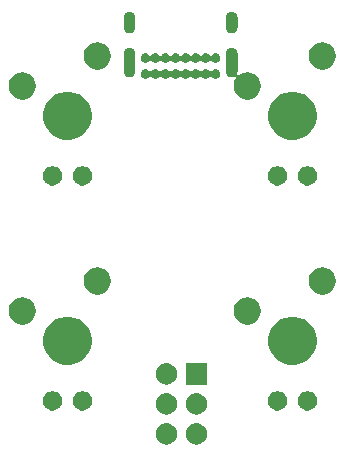
<source format=gbr>
G04 #@! TF.GenerationSoftware,KiCad,Pcbnew,5.1.5+dfsg1-2build2*
G04 #@! TF.CreationDate,2020-08-03T15:49:09+10:00*
G04 #@! TF.ProjectId,macr0,6d616372-302e-46b6-9963-61645f706362,rev?*
G04 #@! TF.SameCoordinates,Original*
G04 #@! TF.FileFunction,Soldermask,Top*
G04 #@! TF.FilePolarity,Negative*
%FSLAX46Y46*%
G04 Gerber Fmt 4.6, Leading zero omitted, Abs format (unit mm)*
G04 Created by KiCad (PCBNEW 5.1.5+dfsg1-2build2) date 2020-08-03 15:49:09*
%MOMM*%
%LPD*%
G04 APERTURE LIST*
%ADD10C,0.100000*%
G04 APERTURE END LIST*
D10*
G36*
X138543512Y-115689927D02*
G01*
X138692812Y-115719624D01*
X138856784Y-115787544D01*
X139004354Y-115886147D01*
X139129853Y-116011646D01*
X139228456Y-116159216D01*
X139296376Y-116323188D01*
X139331000Y-116497259D01*
X139331000Y-116674741D01*
X139296376Y-116848812D01*
X139228456Y-117012784D01*
X139129853Y-117160354D01*
X139004354Y-117285853D01*
X138856784Y-117384456D01*
X138692812Y-117452376D01*
X138543512Y-117482073D01*
X138518742Y-117487000D01*
X138341258Y-117487000D01*
X138316488Y-117482073D01*
X138167188Y-117452376D01*
X138003216Y-117384456D01*
X137855646Y-117285853D01*
X137730147Y-117160354D01*
X137631544Y-117012784D01*
X137563624Y-116848812D01*
X137529000Y-116674741D01*
X137529000Y-116497259D01*
X137563624Y-116323188D01*
X137631544Y-116159216D01*
X137730147Y-116011646D01*
X137855646Y-115886147D01*
X138003216Y-115787544D01*
X138167188Y-115719624D01*
X138316488Y-115689927D01*
X138341258Y-115685000D01*
X138518742Y-115685000D01*
X138543512Y-115689927D01*
G37*
G36*
X136003512Y-115689927D02*
G01*
X136152812Y-115719624D01*
X136316784Y-115787544D01*
X136464354Y-115886147D01*
X136589853Y-116011646D01*
X136688456Y-116159216D01*
X136756376Y-116323188D01*
X136791000Y-116497259D01*
X136791000Y-116674741D01*
X136756376Y-116848812D01*
X136688456Y-117012784D01*
X136589853Y-117160354D01*
X136464354Y-117285853D01*
X136316784Y-117384456D01*
X136152812Y-117452376D01*
X136003512Y-117482073D01*
X135978742Y-117487000D01*
X135801258Y-117487000D01*
X135776488Y-117482073D01*
X135627188Y-117452376D01*
X135463216Y-117384456D01*
X135315646Y-117285853D01*
X135190147Y-117160354D01*
X135091544Y-117012784D01*
X135023624Y-116848812D01*
X134989000Y-116674741D01*
X134989000Y-116497259D01*
X135023624Y-116323188D01*
X135091544Y-116159216D01*
X135190147Y-116011646D01*
X135315646Y-115886147D01*
X135463216Y-115787544D01*
X135627188Y-115719624D01*
X135776488Y-115689927D01*
X135801258Y-115685000D01*
X135978742Y-115685000D01*
X136003512Y-115689927D01*
G37*
G36*
X138543512Y-113149927D02*
G01*
X138692812Y-113179624D01*
X138856784Y-113247544D01*
X139004354Y-113346147D01*
X139129853Y-113471646D01*
X139228456Y-113619216D01*
X139296376Y-113783188D01*
X139331000Y-113957259D01*
X139331000Y-114134741D01*
X139296376Y-114308812D01*
X139228456Y-114472784D01*
X139129853Y-114620354D01*
X139004354Y-114745853D01*
X138856784Y-114844456D01*
X138692812Y-114912376D01*
X138543512Y-114942073D01*
X138518742Y-114947000D01*
X138341258Y-114947000D01*
X138316488Y-114942073D01*
X138167188Y-114912376D01*
X138003216Y-114844456D01*
X137855646Y-114745853D01*
X137730147Y-114620354D01*
X137631544Y-114472784D01*
X137563624Y-114308812D01*
X137529000Y-114134741D01*
X137529000Y-113957259D01*
X137563624Y-113783188D01*
X137631544Y-113619216D01*
X137730147Y-113471646D01*
X137855646Y-113346147D01*
X138003216Y-113247544D01*
X138167188Y-113179624D01*
X138316488Y-113149927D01*
X138341258Y-113145000D01*
X138518742Y-113145000D01*
X138543512Y-113149927D01*
G37*
G36*
X136003512Y-113149927D02*
G01*
X136152812Y-113179624D01*
X136316784Y-113247544D01*
X136464354Y-113346147D01*
X136589853Y-113471646D01*
X136688456Y-113619216D01*
X136756376Y-113783188D01*
X136791000Y-113957259D01*
X136791000Y-114134741D01*
X136756376Y-114308812D01*
X136688456Y-114472784D01*
X136589853Y-114620354D01*
X136464354Y-114745853D01*
X136316784Y-114844456D01*
X136152812Y-114912376D01*
X136003512Y-114942073D01*
X135978742Y-114947000D01*
X135801258Y-114947000D01*
X135776488Y-114942073D01*
X135627188Y-114912376D01*
X135463216Y-114844456D01*
X135315646Y-114745853D01*
X135190147Y-114620354D01*
X135091544Y-114472784D01*
X135023624Y-114308812D01*
X134989000Y-114134741D01*
X134989000Y-113957259D01*
X135023624Y-113783188D01*
X135091544Y-113619216D01*
X135190147Y-113471646D01*
X135315646Y-113346147D01*
X135463216Y-113247544D01*
X135627188Y-113179624D01*
X135776488Y-113149927D01*
X135801258Y-113145000D01*
X135978742Y-113145000D01*
X136003512Y-113149927D01*
G37*
G36*
X126475142Y-113010242D02*
G01*
X126623101Y-113071529D01*
X126756255Y-113160499D01*
X126869501Y-113273745D01*
X126958471Y-113406899D01*
X127019758Y-113554858D01*
X127051000Y-113711925D01*
X127051000Y-113872075D01*
X127019758Y-114029142D01*
X126958471Y-114177101D01*
X126869501Y-114310255D01*
X126756255Y-114423501D01*
X126623101Y-114512471D01*
X126475142Y-114573758D01*
X126318075Y-114605000D01*
X126157925Y-114605000D01*
X126000858Y-114573758D01*
X125852899Y-114512471D01*
X125719745Y-114423501D01*
X125606499Y-114310255D01*
X125517529Y-114177101D01*
X125456242Y-114029142D01*
X125425000Y-113872075D01*
X125425000Y-113711925D01*
X125456242Y-113554858D01*
X125517529Y-113406899D01*
X125606499Y-113273745D01*
X125719745Y-113160499D01*
X125852899Y-113071529D01*
X126000858Y-113010242D01*
X126157925Y-112979000D01*
X126318075Y-112979000D01*
X126475142Y-113010242D01*
G37*
G36*
X129015142Y-113010242D02*
G01*
X129163101Y-113071529D01*
X129296255Y-113160499D01*
X129409501Y-113273745D01*
X129498471Y-113406899D01*
X129559758Y-113554858D01*
X129591000Y-113711925D01*
X129591000Y-113872075D01*
X129559758Y-114029142D01*
X129498471Y-114177101D01*
X129409501Y-114310255D01*
X129296255Y-114423501D01*
X129163101Y-114512471D01*
X129015142Y-114573758D01*
X128858075Y-114605000D01*
X128697925Y-114605000D01*
X128540858Y-114573758D01*
X128392899Y-114512471D01*
X128259745Y-114423501D01*
X128146499Y-114310255D01*
X128057529Y-114177101D01*
X127996242Y-114029142D01*
X127965000Y-113872075D01*
X127965000Y-113711925D01*
X127996242Y-113554858D01*
X128057529Y-113406899D01*
X128146499Y-113273745D01*
X128259745Y-113160499D01*
X128392899Y-113071529D01*
X128540858Y-113010242D01*
X128697925Y-112979000D01*
X128858075Y-112979000D01*
X129015142Y-113010242D01*
G37*
G36*
X145525142Y-113010242D02*
G01*
X145673101Y-113071529D01*
X145806255Y-113160499D01*
X145919501Y-113273745D01*
X146008471Y-113406899D01*
X146069758Y-113554858D01*
X146101000Y-113711925D01*
X146101000Y-113872075D01*
X146069758Y-114029142D01*
X146008471Y-114177101D01*
X145919501Y-114310255D01*
X145806255Y-114423501D01*
X145673101Y-114512471D01*
X145525142Y-114573758D01*
X145368075Y-114605000D01*
X145207925Y-114605000D01*
X145050858Y-114573758D01*
X144902899Y-114512471D01*
X144769745Y-114423501D01*
X144656499Y-114310255D01*
X144567529Y-114177101D01*
X144506242Y-114029142D01*
X144475000Y-113872075D01*
X144475000Y-113711925D01*
X144506242Y-113554858D01*
X144567529Y-113406899D01*
X144656499Y-113273745D01*
X144769745Y-113160499D01*
X144902899Y-113071529D01*
X145050858Y-113010242D01*
X145207925Y-112979000D01*
X145368075Y-112979000D01*
X145525142Y-113010242D01*
G37*
G36*
X148065142Y-113010242D02*
G01*
X148213101Y-113071529D01*
X148346255Y-113160499D01*
X148459501Y-113273745D01*
X148548471Y-113406899D01*
X148609758Y-113554858D01*
X148641000Y-113711925D01*
X148641000Y-113872075D01*
X148609758Y-114029142D01*
X148548471Y-114177101D01*
X148459501Y-114310255D01*
X148346255Y-114423501D01*
X148213101Y-114512471D01*
X148065142Y-114573758D01*
X147908075Y-114605000D01*
X147747925Y-114605000D01*
X147590858Y-114573758D01*
X147442899Y-114512471D01*
X147309745Y-114423501D01*
X147196499Y-114310255D01*
X147107529Y-114177101D01*
X147046242Y-114029142D01*
X147015000Y-113872075D01*
X147015000Y-113711925D01*
X147046242Y-113554858D01*
X147107529Y-113406899D01*
X147196499Y-113273745D01*
X147309745Y-113160499D01*
X147442899Y-113071529D01*
X147590858Y-113010242D01*
X147747925Y-112979000D01*
X147908075Y-112979000D01*
X148065142Y-113010242D01*
G37*
G36*
X139331000Y-112407000D02*
G01*
X137529000Y-112407000D01*
X137529000Y-110605000D01*
X139331000Y-110605000D01*
X139331000Y-112407000D01*
G37*
G36*
X136003512Y-110609927D02*
G01*
X136152812Y-110639624D01*
X136316784Y-110707544D01*
X136464354Y-110806147D01*
X136589853Y-110931646D01*
X136688456Y-111079216D01*
X136756376Y-111243188D01*
X136791000Y-111417259D01*
X136791000Y-111594741D01*
X136756376Y-111768812D01*
X136688456Y-111932784D01*
X136589853Y-112080354D01*
X136464354Y-112205853D01*
X136316784Y-112304456D01*
X136152812Y-112372376D01*
X136003512Y-112402073D01*
X135978742Y-112407000D01*
X135801258Y-112407000D01*
X135776488Y-112402073D01*
X135627188Y-112372376D01*
X135463216Y-112304456D01*
X135315646Y-112205853D01*
X135190147Y-112080354D01*
X135091544Y-111932784D01*
X135023624Y-111768812D01*
X134989000Y-111594741D01*
X134989000Y-111417259D01*
X135023624Y-111243188D01*
X135091544Y-111079216D01*
X135190147Y-110931646D01*
X135315646Y-110806147D01*
X135463216Y-110707544D01*
X135627188Y-110639624D01*
X135776488Y-110609927D01*
X135801258Y-110605000D01*
X135978742Y-110605000D01*
X136003512Y-110609927D01*
G37*
G36*
X147156254Y-106739818D02*
G01*
X147529511Y-106894426D01*
X147529513Y-106894427D01*
X147865436Y-107118884D01*
X148151116Y-107404564D01*
X148375574Y-107740489D01*
X148530182Y-108113746D01*
X148609000Y-108509993D01*
X148609000Y-108914007D01*
X148530182Y-109310254D01*
X148375574Y-109683511D01*
X148375573Y-109683513D01*
X148151116Y-110019436D01*
X147865436Y-110305116D01*
X147529513Y-110529573D01*
X147529512Y-110529574D01*
X147529511Y-110529574D01*
X147156254Y-110684182D01*
X146760007Y-110763000D01*
X146355993Y-110763000D01*
X145959746Y-110684182D01*
X145586489Y-110529574D01*
X145586488Y-110529574D01*
X145586487Y-110529573D01*
X145250564Y-110305116D01*
X144964884Y-110019436D01*
X144740427Y-109683513D01*
X144740426Y-109683511D01*
X144585818Y-109310254D01*
X144507000Y-108914007D01*
X144507000Y-108509993D01*
X144585818Y-108113746D01*
X144740426Y-107740489D01*
X144964884Y-107404564D01*
X145250564Y-107118884D01*
X145586487Y-106894427D01*
X145586489Y-106894426D01*
X145959746Y-106739818D01*
X146355993Y-106661000D01*
X146760007Y-106661000D01*
X147156254Y-106739818D01*
G37*
G36*
X128106254Y-106739818D02*
G01*
X128479511Y-106894426D01*
X128479513Y-106894427D01*
X128815436Y-107118884D01*
X129101116Y-107404564D01*
X129325574Y-107740489D01*
X129480182Y-108113746D01*
X129559000Y-108509993D01*
X129559000Y-108914007D01*
X129480182Y-109310254D01*
X129325574Y-109683511D01*
X129325573Y-109683513D01*
X129101116Y-110019436D01*
X128815436Y-110305116D01*
X128479513Y-110529573D01*
X128479512Y-110529574D01*
X128479511Y-110529574D01*
X128106254Y-110684182D01*
X127710007Y-110763000D01*
X127305993Y-110763000D01*
X126909746Y-110684182D01*
X126536489Y-110529574D01*
X126536488Y-110529574D01*
X126536487Y-110529573D01*
X126200564Y-110305116D01*
X125914884Y-110019436D01*
X125690427Y-109683513D01*
X125690426Y-109683511D01*
X125535818Y-109310254D01*
X125457000Y-108914007D01*
X125457000Y-108509993D01*
X125535818Y-108113746D01*
X125690426Y-107740489D01*
X125914884Y-107404564D01*
X126200564Y-107118884D01*
X126536487Y-106894427D01*
X126536489Y-106894426D01*
X126909746Y-106739818D01*
X127305993Y-106661000D01*
X127710007Y-106661000D01*
X128106254Y-106739818D01*
G37*
G36*
X142972549Y-105043116D02*
G01*
X143083734Y-105065232D01*
X143293203Y-105151997D01*
X143481720Y-105277960D01*
X143642040Y-105438280D01*
X143768003Y-105626797D01*
X143854768Y-105836266D01*
X143899000Y-106058636D01*
X143899000Y-106285364D01*
X143854768Y-106507734D01*
X143768003Y-106717203D01*
X143642040Y-106905720D01*
X143481720Y-107066040D01*
X143293203Y-107192003D01*
X143083734Y-107278768D01*
X142972549Y-107300884D01*
X142861365Y-107323000D01*
X142634635Y-107323000D01*
X142523451Y-107300884D01*
X142412266Y-107278768D01*
X142202797Y-107192003D01*
X142014280Y-107066040D01*
X141853960Y-106905720D01*
X141727997Y-106717203D01*
X141641232Y-106507734D01*
X141597000Y-106285364D01*
X141597000Y-106058636D01*
X141641232Y-105836266D01*
X141727997Y-105626797D01*
X141853960Y-105438280D01*
X142014280Y-105277960D01*
X142202797Y-105151997D01*
X142412266Y-105065232D01*
X142523451Y-105043116D01*
X142634635Y-105021000D01*
X142861365Y-105021000D01*
X142972549Y-105043116D01*
G37*
G36*
X123922549Y-105043116D02*
G01*
X124033734Y-105065232D01*
X124243203Y-105151997D01*
X124431720Y-105277960D01*
X124592040Y-105438280D01*
X124718003Y-105626797D01*
X124804768Y-105836266D01*
X124849000Y-106058636D01*
X124849000Y-106285364D01*
X124804768Y-106507734D01*
X124718003Y-106717203D01*
X124592040Y-106905720D01*
X124431720Y-107066040D01*
X124243203Y-107192003D01*
X124033734Y-107278768D01*
X123922549Y-107300884D01*
X123811365Y-107323000D01*
X123584635Y-107323000D01*
X123473451Y-107300884D01*
X123362266Y-107278768D01*
X123152797Y-107192003D01*
X122964280Y-107066040D01*
X122803960Y-106905720D01*
X122677997Y-106717203D01*
X122591232Y-106507734D01*
X122547000Y-106285364D01*
X122547000Y-106058636D01*
X122591232Y-105836266D01*
X122677997Y-105626797D01*
X122803960Y-105438280D01*
X122964280Y-105277960D01*
X123152797Y-105151997D01*
X123362266Y-105065232D01*
X123473451Y-105043116D01*
X123584635Y-105021000D01*
X123811365Y-105021000D01*
X123922549Y-105043116D01*
G37*
G36*
X130272549Y-102503116D02*
G01*
X130383734Y-102525232D01*
X130593203Y-102611997D01*
X130781720Y-102737960D01*
X130942040Y-102898280D01*
X131068003Y-103086797D01*
X131154768Y-103296266D01*
X131199000Y-103518636D01*
X131199000Y-103745364D01*
X131154768Y-103967734D01*
X131068003Y-104177203D01*
X130942040Y-104365720D01*
X130781720Y-104526040D01*
X130593203Y-104652003D01*
X130383734Y-104738768D01*
X130272549Y-104760884D01*
X130161365Y-104783000D01*
X129934635Y-104783000D01*
X129823451Y-104760884D01*
X129712266Y-104738768D01*
X129502797Y-104652003D01*
X129314280Y-104526040D01*
X129153960Y-104365720D01*
X129027997Y-104177203D01*
X128941232Y-103967734D01*
X128897000Y-103745364D01*
X128897000Y-103518636D01*
X128941232Y-103296266D01*
X129027997Y-103086797D01*
X129153960Y-102898280D01*
X129314280Y-102737960D01*
X129502797Y-102611997D01*
X129712266Y-102525232D01*
X129823451Y-102503116D01*
X129934635Y-102481000D01*
X130161365Y-102481000D01*
X130272549Y-102503116D01*
G37*
G36*
X149322549Y-102503116D02*
G01*
X149433734Y-102525232D01*
X149643203Y-102611997D01*
X149831720Y-102737960D01*
X149992040Y-102898280D01*
X150118003Y-103086797D01*
X150204768Y-103296266D01*
X150249000Y-103518636D01*
X150249000Y-103745364D01*
X150204768Y-103967734D01*
X150118003Y-104177203D01*
X149992040Y-104365720D01*
X149831720Y-104526040D01*
X149643203Y-104652003D01*
X149433734Y-104738768D01*
X149322549Y-104760884D01*
X149211365Y-104783000D01*
X148984635Y-104783000D01*
X148873451Y-104760884D01*
X148762266Y-104738768D01*
X148552797Y-104652003D01*
X148364280Y-104526040D01*
X148203960Y-104365720D01*
X148077997Y-104177203D01*
X147991232Y-103967734D01*
X147947000Y-103745364D01*
X147947000Y-103518636D01*
X147991232Y-103296266D01*
X148077997Y-103086797D01*
X148203960Y-102898280D01*
X148364280Y-102737960D01*
X148552797Y-102611997D01*
X148762266Y-102525232D01*
X148873451Y-102503116D01*
X148984635Y-102481000D01*
X149211365Y-102481000D01*
X149322549Y-102503116D01*
G37*
G36*
X126475142Y-93960242D02*
G01*
X126623101Y-94021529D01*
X126756255Y-94110499D01*
X126869501Y-94223745D01*
X126958471Y-94356899D01*
X127019758Y-94504858D01*
X127051000Y-94661925D01*
X127051000Y-94822075D01*
X127019758Y-94979142D01*
X126958471Y-95127101D01*
X126869501Y-95260255D01*
X126756255Y-95373501D01*
X126623101Y-95462471D01*
X126475142Y-95523758D01*
X126318075Y-95555000D01*
X126157925Y-95555000D01*
X126000858Y-95523758D01*
X125852899Y-95462471D01*
X125719745Y-95373501D01*
X125606499Y-95260255D01*
X125517529Y-95127101D01*
X125456242Y-94979142D01*
X125425000Y-94822075D01*
X125425000Y-94661925D01*
X125456242Y-94504858D01*
X125517529Y-94356899D01*
X125606499Y-94223745D01*
X125719745Y-94110499D01*
X125852899Y-94021529D01*
X126000858Y-93960242D01*
X126157925Y-93929000D01*
X126318075Y-93929000D01*
X126475142Y-93960242D01*
G37*
G36*
X129015142Y-93960242D02*
G01*
X129163101Y-94021529D01*
X129296255Y-94110499D01*
X129409501Y-94223745D01*
X129498471Y-94356899D01*
X129559758Y-94504858D01*
X129591000Y-94661925D01*
X129591000Y-94822075D01*
X129559758Y-94979142D01*
X129498471Y-95127101D01*
X129409501Y-95260255D01*
X129296255Y-95373501D01*
X129163101Y-95462471D01*
X129015142Y-95523758D01*
X128858075Y-95555000D01*
X128697925Y-95555000D01*
X128540858Y-95523758D01*
X128392899Y-95462471D01*
X128259745Y-95373501D01*
X128146499Y-95260255D01*
X128057529Y-95127101D01*
X127996242Y-94979142D01*
X127965000Y-94822075D01*
X127965000Y-94661925D01*
X127996242Y-94504858D01*
X128057529Y-94356899D01*
X128146499Y-94223745D01*
X128259745Y-94110499D01*
X128392899Y-94021529D01*
X128540858Y-93960242D01*
X128697925Y-93929000D01*
X128858075Y-93929000D01*
X129015142Y-93960242D01*
G37*
G36*
X145525142Y-93960242D02*
G01*
X145673101Y-94021529D01*
X145806255Y-94110499D01*
X145919501Y-94223745D01*
X146008471Y-94356899D01*
X146069758Y-94504858D01*
X146101000Y-94661925D01*
X146101000Y-94822075D01*
X146069758Y-94979142D01*
X146008471Y-95127101D01*
X145919501Y-95260255D01*
X145806255Y-95373501D01*
X145673101Y-95462471D01*
X145525142Y-95523758D01*
X145368075Y-95555000D01*
X145207925Y-95555000D01*
X145050858Y-95523758D01*
X144902899Y-95462471D01*
X144769745Y-95373501D01*
X144656499Y-95260255D01*
X144567529Y-95127101D01*
X144506242Y-94979142D01*
X144475000Y-94822075D01*
X144475000Y-94661925D01*
X144506242Y-94504858D01*
X144567529Y-94356899D01*
X144656499Y-94223745D01*
X144769745Y-94110499D01*
X144902899Y-94021529D01*
X145050858Y-93960242D01*
X145207925Y-93929000D01*
X145368075Y-93929000D01*
X145525142Y-93960242D01*
G37*
G36*
X148065142Y-93960242D02*
G01*
X148213101Y-94021529D01*
X148346255Y-94110499D01*
X148459501Y-94223745D01*
X148548471Y-94356899D01*
X148609758Y-94504858D01*
X148641000Y-94661925D01*
X148641000Y-94822075D01*
X148609758Y-94979142D01*
X148548471Y-95127101D01*
X148459501Y-95260255D01*
X148346255Y-95373501D01*
X148213101Y-95462471D01*
X148065142Y-95523758D01*
X147908075Y-95555000D01*
X147747925Y-95555000D01*
X147590858Y-95523758D01*
X147442899Y-95462471D01*
X147309745Y-95373501D01*
X147196499Y-95260255D01*
X147107529Y-95127101D01*
X147046242Y-94979142D01*
X147015000Y-94822075D01*
X147015000Y-94661925D01*
X147046242Y-94504858D01*
X147107529Y-94356899D01*
X147196499Y-94223745D01*
X147309745Y-94110499D01*
X147442899Y-94021529D01*
X147590858Y-93960242D01*
X147747925Y-93929000D01*
X147908075Y-93929000D01*
X148065142Y-93960242D01*
G37*
G36*
X147156254Y-87689818D02*
G01*
X147529511Y-87844426D01*
X147529513Y-87844427D01*
X147865436Y-88068884D01*
X148151116Y-88354564D01*
X148375574Y-88690489D01*
X148530182Y-89063746D01*
X148609000Y-89459993D01*
X148609000Y-89864007D01*
X148530182Y-90260254D01*
X148375574Y-90633511D01*
X148375573Y-90633513D01*
X148151116Y-90969436D01*
X147865436Y-91255116D01*
X147529513Y-91479573D01*
X147529512Y-91479574D01*
X147529511Y-91479574D01*
X147156254Y-91634182D01*
X146760007Y-91713000D01*
X146355993Y-91713000D01*
X145959746Y-91634182D01*
X145586489Y-91479574D01*
X145586488Y-91479574D01*
X145586487Y-91479573D01*
X145250564Y-91255116D01*
X144964884Y-90969436D01*
X144740427Y-90633513D01*
X144740426Y-90633511D01*
X144585818Y-90260254D01*
X144507000Y-89864007D01*
X144507000Y-89459993D01*
X144585818Y-89063746D01*
X144740426Y-88690489D01*
X144964884Y-88354564D01*
X145250564Y-88068884D01*
X145586487Y-87844427D01*
X145586489Y-87844426D01*
X145959746Y-87689818D01*
X146355993Y-87611000D01*
X146760007Y-87611000D01*
X147156254Y-87689818D01*
G37*
G36*
X128106254Y-87689818D02*
G01*
X128479511Y-87844426D01*
X128479513Y-87844427D01*
X128815436Y-88068884D01*
X129101116Y-88354564D01*
X129325574Y-88690489D01*
X129480182Y-89063746D01*
X129559000Y-89459993D01*
X129559000Y-89864007D01*
X129480182Y-90260254D01*
X129325574Y-90633511D01*
X129325573Y-90633513D01*
X129101116Y-90969436D01*
X128815436Y-91255116D01*
X128479513Y-91479573D01*
X128479512Y-91479574D01*
X128479511Y-91479574D01*
X128106254Y-91634182D01*
X127710007Y-91713000D01*
X127305993Y-91713000D01*
X126909746Y-91634182D01*
X126536489Y-91479574D01*
X126536488Y-91479574D01*
X126536487Y-91479573D01*
X126200564Y-91255116D01*
X125914884Y-90969436D01*
X125690427Y-90633513D01*
X125690426Y-90633511D01*
X125535818Y-90260254D01*
X125457000Y-89864007D01*
X125457000Y-89459993D01*
X125535818Y-89063746D01*
X125690426Y-88690489D01*
X125914884Y-88354564D01*
X126200564Y-88068884D01*
X126536487Y-87844427D01*
X126536489Y-87844426D01*
X126909746Y-87689818D01*
X127305993Y-87611000D01*
X127710007Y-87611000D01*
X128106254Y-87689818D01*
G37*
G36*
X123922549Y-85993116D02*
G01*
X124033734Y-86015232D01*
X124243203Y-86101997D01*
X124431720Y-86227960D01*
X124592040Y-86388280D01*
X124718003Y-86576797D01*
X124804768Y-86786266D01*
X124849000Y-87008636D01*
X124849000Y-87235364D01*
X124804768Y-87457734D01*
X124718003Y-87667203D01*
X124592040Y-87855720D01*
X124431720Y-88016040D01*
X124243203Y-88142003D01*
X124033734Y-88228768D01*
X123922549Y-88250884D01*
X123811365Y-88273000D01*
X123584635Y-88273000D01*
X123473451Y-88250884D01*
X123362266Y-88228768D01*
X123152797Y-88142003D01*
X122964280Y-88016040D01*
X122803960Y-87855720D01*
X122677997Y-87667203D01*
X122591232Y-87457734D01*
X122547000Y-87235364D01*
X122547000Y-87008636D01*
X122591232Y-86786266D01*
X122677997Y-86576797D01*
X122803960Y-86388280D01*
X122964280Y-86227960D01*
X123152797Y-86101997D01*
X123362266Y-86015232D01*
X123473451Y-85993116D01*
X123584635Y-85971000D01*
X123811365Y-85971000D01*
X123922549Y-85993116D01*
G37*
G36*
X141510212Y-83882249D02*
G01*
X141604651Y-83910897D01*
X141691687Y-83957418D01*
X141767975Y-84020025D01*
X141830582Y-84096313D01*
X141877103Y-84183348D01*
X141905751Y-84277787D01*
X141913000Y-84351388D01*
X141913000Y-85900612D01*
X141905751Y-85974213D01*
X141883027Y-86049124D01*
X141878248Y-86073147D01*
X141878248Y-86097651D01*
X141883028Y-86121684D01*
X141892406Y-86144323D01*
X141906019Y-86164697D01*
X141923346Y-86182024D01*
X141943721Y-86195638D01*
X141966359Y-86205015D01*
X141990393Y-86209796D01*
X142014897Y-86209796D01*
X142038930Y-86205016D01*
X142061569Y-86195638D01*
X142072091Y-86189332D01*
X142139452Y-86144323D01*
X142202797Y-86101997D01*
X142412266Y-86015232D01*
X142523451Y-85993116D01*
X142634635Y-85971000D01*
X142861365Y-85971000D01*
X142972549Y-85993116D01*
X143083734Y-86015232D01*
X143293203Y-86101997D01*
X143481720Y-86227960D01*
X143642040Y-86388280D01*
X143768003Y-86576797D01*
X143854768Y-86786266D01*
X143899000Y-87008636D01*
X143899000Y-87235364D01*
X143854768Y-87457734D01*
X143768003Y-87667203D01*
X143642040Y-87855720D01*
X143481720Y-88016040D01*
X143293203Y-88142003D01*
X143083734Y-88228768D01*
X142972549Y-88250884D01*
X142861365Y-88273000D01*
X142634635Y-88273000D01*
X142523451Y-88250884D01*
X142412266Y-88228768D01*
X142202797Y-88142003D01*
X142014280Y-88016040D01*
X141853960Y-87855720D01*
X141727997Y-87667203D01*
X141641232Y-87457734D01*
X141597000Y-87235364D01*
X141597000Y-87008636D01*
X141641232Y-86786266D01*
X141727997Y-86576797D01*
X141764263Y-86522521D01*
X141775813Y-86500912D01*
X141782926Y-86477463D01*
X141785328Y-86453077D01*
X141782926Y-86428691D01*
X141775813Y-86405242D01*
X141764262Y-86383631D01*
X141748717Y-86364689D01*
X141729775Y-86349144D01*
X141708164Y-86337593D01*
X141684715Y-86330480D01*
X141660329Y-86328078D01*
X141635943Y-86330480D01*
X141615197Y-86337903D01*
X141604657Y-86341100D01*
X141604652Y-86341103D01*
X141510213Y-86369751D01*
X141412000Y-86379424D01*
X141313788Y-86369751D01*
X141219349Y-86341103D01*
X141132314Y-86294582D01*
X141056026Y-86231975D01*
X140993419Y-86155687D01*
X140946898Y-86068652D01*
X140918250Y-85974213D01*
X140911001Y-85900612D01*
X140911000Y-84351389D01*
X140918249Y-84277788D01*
X140946897Y-84183349D01*
X140993418Y-84096313D01*
X141056025Y-84020025D01*
X141132313Y-83957418D01*
X141219348Y-83910897D01*
X141313787Y-83882249D01*
X141412000Y-83872576D01*
X141510212Y-83882249D01*
G37*
G36*
X134190231Y-85712705D02*
G01*
X134228967Y-85720410D01*
X134259195Y-85732931D01*
X134301944Y-85750638D01*
X134367622Y-85794523D01*
X134423478Y-85850379D01*
X134433067Y-85864730D01*
X134448613Y-85883672D01*
X134467555Y-85899217D01*
X134489165Y-85910768D01*
X134512614Y-85917881D01*
X134537001Y-85920283D01*
X134561387Y-85917881D01*
X134584836Y-85910768D01*
X134606446Y-85899217D01*
X134625388Y-85883671D01*
X134640933Y-85864730D01*
X134650522Y-85850379D01*
X134706378Y-85794523D01*
X134772056Y-85750638D01*
X134814805Y-85732931D01*
X134845033Y-85720410D01*
X134883769Y-85712705D01*
X134922504Y-85705000D01*
X135001496Y-85705000D01*
X135040231Y-85712705D01*
X135078967Y-85720410D01*
X135109195Y-85732931D01*
X135151944Y-85750638D01*
X135217622Y-85794523D01*
X135273478Y-85850379D01*
X135283067Y-85864730D01*
X135298613Y-85883672D01*
X135317555Y-85899217D01*
X135339165Y-85910768D01*
X135362614Y-85917881D01*
X135387001Y-85920283D01*
X135411387Y-85917881D01*
X135434836Y-85910768D01*
X135456446Y-85899217D01*
X135475388Y-85883671D01*
X135490933Y-85864730D01*
X135500522Y-85850379D01*
X135556378Y-85794523D01*
X135622056Y-85750638D01*
X135664805Y-85732931D01*
X135695033Y-85720410D01*
X135733769Y-85712705D01*
X135772504Y-85705000D01*
X135851496Y-85705000D01*
X135890231Y-85712705D01*
X135928967Y-85720410D01*
X135959195Y-85732931D01*
X136001944Y-85750638D01*
X136067622Y-85794523D01*
X136123478Y-85850379D01*
X136133067Y-85864730D01*
X136148613Y-85883672D01*
X136167555Y-85899217D01*
X136189165Y-85910768D01*
X136212614Y-85917881D01*
X136237001Y-85920283D01*
X136261387Y-85917881D01*
X136284836Y-85910768D01*
X136306446Y-85899217D01*
X136325388Y-85883671D01*
X136340933Y-85864730D01*
X136350522Y-85850379D01*
X136406378Y-85794523D01*
X136472056Y-85750638D01*
X136514805Y-85732931D01*
X136545033Y-85720410D01*
X136583769Y-85712705D01*
X136622504Y-85705000D01*
X136701496Y-85705000D01*
X136740231Y-85712705D01*
X136778967Y-85720410D01*
X136809195Y-85732931D01*
X136851944Y-85750638D01*
X136917622Y-85794523D01*
X136973478Y-85850379D01*
X136983067Y-85864730D01*
X136998613Y-85883672D01*
X137017555Y-85899217D01*
X137039165Y-85910768D01*
X137062614Y-85917881D01*
X137087001Y-85920283D01*
X137111387Y-85917881D01*
X137134836Y-85910768D01*
X137156446Y-85899217D01*
X137175388Y-85883671D01*
X137190933Y-85864730D01*
X137200522Y-85850379D01*
X137256378Y-85794523D01*
X137322056Y-85750638D01*
X137364805Y-85732931D01*
X137395033Y-85720410D01*
X137433769Y-85712705D01*
X137472504Y-85705000D01*
X137551496Y-85705000D01*
X137590231Y-85712705D01*
X137628967Y-85720410D01*
X137659195Y-85732931D01*
X137701944Y-85750638D01*
X137767622Y-85794523D01*
X137823478Y-85850379D01*
X137833067Y-85864730D01*
X137848613Y-85883672D01*
X137867555Y-85899217D01*
X137889165Y-85910768D01*
X137912614Y-85917881D01*
X137937001Y-85920283D01*
X137961387Y-85917881D01*
X137984836Y-85910768D01*
X138006446Y-85899217D01*
X138025388Y-85883671D01*
X138040933Y-85864730D01*
X138050522Y-85850379D01*
X138106378Y-85794523D01*
X138172056Y-85750638D01*
X138214805Y-85732931D01*
X138245033Y-85720410D01*
X138283769Y-85712705D01*
X138322504Y-85705000D01*
X138401496Y-85705000D01*
X138440231Y-85712705D01*
X138478967Y-85720410D01*
X138509195Y-85732931D01*
X138551944Y-85750638D01*
X138617622Y-85794523D01*
X138673478Y-85850379D01*
X138683067Y-85864730D01*
X138698613Y-85883672D01*
X138717555Y-85899217D01*
X138739165Y-85910768D01*
X138762614Y-85917881D01*
X138787001Y-85920283D01*
X138811387Y-85917881D01*
X138834836Y-85910768D01*
X138856446Y-85899217D01*
X138875388Y-85883671D01*
X138890933Y-85864730D01*
X138900522Y-85850379D01*
X138956378Y-85794523D01*
X139022056Y-85750638D01*
X139064805Y-85732931D01*
X139095033Y-85720410D01*
X139133769Y-85712705D01*
X139172504Y-85705000D01*
X139251496Y-85705000D01*
X139290231Y-85712705D01*
X139328967Y-85720410D01*
X139359195Y-85732931D01*
X139401944Y-85750638D01*
X139467622Y-85794523D01*
X139523478Y-85850379D01*
X139533067Y-85864730D01*
X139548613Y-85883672D01*
X139567555Y-85899217D01*
X139589165Y-85910768D01*
X139612614Y-85917881D01*
X139637001Y-85920283D01*
X139661387Y-85917881D01*
X139684836Y-85910768D01*
X139706446Y-85899217D01*
X139725388Y-85883671D01*
X139740933Y-85864730D01*
X139750522Y-85850379D01*
X139806378Y-85794523D01*
X139872056Y-85750638D01*
X139914805Y-85732931D01*
X139945033Y-85720410D01*
X139983769Y-85712705D01*
X140022504Y-85705000D01*
X140101496Y-85705000D01*
X140140231Y-85712705D01*
X140178967Y-85720410D01*
X140209195Y-85732931D01*
X140251944Y-85750638D01*
X140317622Y-85794523D01*
X140373477Y-85850378D01*
X140417362Y-85916056D01*
X140435069Y-85958805D01*
X140447590Y-85989033D01*
X140463000Y-86066505D01*
X140463000Y-86145495D01*
X140447590Y-86222967D01*
X140435069Y-86253195D01*
X140417362Y-86295944D01*
X140373477Y-86361622D01*
X140317622Y-86417477D01*
X140251944Y-86461362D01*
X140213072Y-86477463D01*
X140178967Y-86491590D01*
X140140231Y-86499295D01*
X140101496Y-86507000D01*
X140022504Y-86507000D01*
X139983769Y-86499295D01*
X139945033Y-86491590D01*
X139910928Y-86477463D01*
X139872056Y-86461362D01*
X139806378Y-86417477D01*
X139750522Y-86361621D01*
X139740933Y-86347270D01*
X139725387Y-86328328D01*
X139706445Y-86312783D01*
X139684835Y-86301232D01*
X139661386Y-86294119D01*
X139636999Y-86291717D01*
X139612613Y-86294119D01*
X139589164Y-86301232D01*
X139567554Y-86312783D01*
X139548612Y-86328329D01*
X139533067Y-86347270D01*
X139523478Y-86361621D01*
X139467622Y-86417477D01*
X139401944Y-86461362D01*
X139363072Y-86477463D01*
X139328967Y-86491590D01*
X139290231Y-86499295D01*
X139251496Y-86507000D01*
X139172504Y-86507000D01*
X139133769Y-86499295D01*
X139095033Y-86491590D01*
X139060928Y-86477463D01*
X139022056Y-86461362D01*
X138956378Y-86417477D01*
X138900522Y-86361621D01*
X138890933Y-86347270D01*
X138875387Y-86328328D01*
X138856445Y-86312783D01*
X138834835Y-86301232D01*
X138811386Y-86294119D01*
X138786999Y-86291717D01*
X138762613Y-86294119D01*
X138739164Y-86301232D01*
X138717554Y-86312783D01*
X138698612Y-86328329D01*
X138683067Y-86347270D01*
X138673478Y-86361621D01*
X138617622Y-86417477D01*
X138551944Y-86461362D01*
X138513072Y-86477463D01*
X138478967Y-86491590D01*
X138440231Y-86499295D01*
X138401496Y-86507000D01*
X138322504Y-86507000D01*
X138283769Y-86499295D01*
X138245033Y-86491590D01*
X138210928Y-86477463D01*
X138172056Y-86461362D01*
X138106378Y-86417477D01*
X138050522Y-86361621D01*
X138040933Y-86347270D01*
X138025387Y-86328328D01*
X138006445Y-86312783D01*
X137984835Y-86301232D01*
X137961386Y-86294119D01*
X137936999Y-86291717D01*
X137912613Y-86294119D01*
X137889164Y-86301232D01*
X137867554Y-86312783D01*
X137848612Y-86328329D01*
X137833067Y-86347270D01*
X137823478Y-86361621D01*
X137767622Y-86417477D01*
X137701944Y-86461362D01*
X137663072Y-86477463D01*
X137628967Y-86491590D01*
X137590231Y-86499295D01*
X137551496Y-86507000D01*
X137472504Y-86507000D01*
X137433769Y-86499295D01*
X137395033Y-86491590D01*
X137360928Y-86477463D01*
X137322056Y-86461362D01*
X137256378Y-86417477D01*
X137200522Y-86361621D01*
X137190933Y-86347270D01*
X137175387Y-86328328D01*
X137156445Y-86312783D01*
X137134835Y-86301232D01*
X137111386Y-86294119D01*
X137086999Y-86291717D01*
X137062613Y-86294119D01*
X137039164Y-86301232D01*
X137017554Y-86312783D01*
X136998612Y-86328329D01*
X136983067Y-86347270D01*
X136973478Y-86361621D01*
X136917622Y-86417477D01*
X136851944Y-86461362D01*
X136813072Y-86477463D01*
X136778967Y-86491590D01*
X136740231Y-86499295D01*
X136701496Y-86507000D01*
X136622504Y-86507000D01*
X136583769Y-86499295D01*
X136545033Y-86491590D01*
X136510928Y-86477463D01*
X136472056Y-86461362D01*
X136406378Y-86417477D01*
X136350522Y-86361621D01*
X136340933Y-86347270D01*
X136325387Y-86328328D01*
X136306445Y-86312783D01*
X136284835Y-86301232D01*
X136261386Y-86294119D01*
X136236999Y-86291717D01*
X136212613Y-86294119D01*
X136189164Y-86301232D01*
X136167554Y-86312783D01*
X136148612Y-86328329D01*
X136133067Y-86347270D01*
X136123478Y-86361621D01*
X136067622Y-86417477D01*
X136001944Y-86461362D01*
X135963072Y-86477463D01*
X135928967Y-86491590D01*
X135890231Y-86499295D01*
X135851496Y-86507000D01*
X135772504Y-86507000D01*
X135733769Y-86499295D01*
X135695033Y-86491590D01*
X135660928Y-86477463D01*
X135622056Y-86461362D01*
X135556378Y-86417477D01*
X135500522Y-86361621D01*
X135490933Y-86347270D01*
X135475387Y-86328328D01*
X135456445Y-86312783D01*
X135434835Y-86301232D01*
X135411386Y-86294119D01*
X135386999Y-86291717D01*
X135362613Y-86294119D01*
X135339164Y-86301232D01*
X135317554Y-86312783D01*
X135298612Y-86328329D01*
X135283067Y-86347270D01*
X135273478Y-86361621D01*
X135217622Y-86417477D01*
X135151944Y-86461362D01*
X135113072Y-86477463D01*
X135078967Y-86491590D01*
X135040231Y-86499295D01*
X135001496Y-86507000D01*
X134922504Y-86507000D01*
X134883769Y-86499295D01*
X134845033Y-86491590D01*
X134810928Y-86477463D01*
X134772056Y-86461362D01*
X134706378Y-86417477D01*
X134650522Y-86361621D01*
X134640933Y-86347270D01*
X134625387Y-86328328D01*
X134606445Y-86312783D01*
X134584835Y-86301232D01*
X134561386Y-86294119D01*
X134536999Y-86291717D01*
X134512613Y-86294119D01*
X134489164Y-86301232D01*
X134467554Y-86312783D01*
X134448612Y-86328329D01*
X134433067Y-86347270D01*
X134423478Y-86361621D01*
X134367622Y-86417477D01*
X134301944Y-86461362D01*
X134263072Y-86477463D01*
X134228967Y-86491590D01*
X134190231Y-86499295D01*
X134151496Y-86507000D01*
X134072504Y-86507000D01*
X134033769Y-86499295D01*
X133995033Y-86491590D01*
X133960928Y-86477463D01*
X133922056Y-86461362D01*
X133856378Y-86417477D01*
X133800523Y-86361622D01*
X133756638Y-86295944D01*
X133738931Y-86253195D01*
X133726410Y-86222967D01*
X133711000Y-86145495D01*
X133711000Y-86066505D01*
X133726410Y-85989033D01*
X133738931Y-85958805D01*
X133756638Y-85916056D01*
X133800523Y-85850378D01*
X133856378Y-85794523D01*
X133922056Y-85750638D01*
X133964805Y-85732931D01*
X133995033Y-85720410D01*
X134033769Y-85712705D01*
X134072504Y-85705000D01*
X134151496Y-85705000D01*
X134190231Y-85712705D01*
G37*
G36*
X132860212Y-83882249D02*
G01*
X132954651Y-83910897D01*
X133041687Y-83957418D01*
X133117975Y-84020025D01*
X133180582Y-84096313D01*
X133227103Y-84183348D01*
X133255751Y-84277787D01*
X133263000Y-84351388D01*
X133263000Y-85900612D01*
X133255751Y-85974213D01*
X133227103Y-86068652D01*
X133180582Y-86155687D01*
X133117975Y-86231975D01*
X133041687Y-86294582D01*
X132954652Y-86341103D01*
X132860213Y-86369751D01*
X132762000Y-86379424D01*
X132663788Y-86369751D01*
X132569349Y-86341103D01*
X132482314Y-86294582D01*
X132406026Y-86231975D01*
X132343419Y-86155687D01*
X132296898Y-86068652D01*
X132268250Y-85974213D01*
X132261001Y-85900612D01*
X132261000Y-84351389D01*
X132268249Y-84277788D01*
X132296897Y-84183349D01*
X132343418Y-84096313D01*
X132406025Y-84020025D01*
X132482313Y-83957418D01*
X132569348Y-83910897D01*
X132663787Y-83882249D01*
X132762000Y-83872576D01*
X132860212Y-83882249D01*
G37*
G36*
X149322549Y-83453116D02*
G01*
X149433734Y-83475232D01*
X149643203Y-83561997D01*
X149831720Y-83687960D01*
X149992040Y-83848280D01*
X150118003Y-84036797D01*
X150204768Y-84246266D01*
X150249000Y-84468636D01*
X150249000Y-84695364D01*
X150204768Y-84917734D01*
X150118003Y-85127203D01*
X149992040Y-85315720D01*
X149831720Y-85476040D01*
X149643203Y-85602003D01*
X149433734Y-85688768D01*
X149352130Y-85705000D01*
X149211365Y-85733000D01*
X148984635Y-85733000D01*
X148843870Y-85705000D01*
X148762266Y-85688768D01*
X148552797Y-85602003D01*
X148364280Y-85476040D01*
X148203960Y-85315720D01*
X148077997Y-85127203D01*
X147991232Y-84917734D01*
X147947000Y-84695364D01*
X147947000Y-84468636D01*
X147991232Y-84246266D01*
X148077997Y-84036797D01*
X148203960Y-83848280D01*
X148364280Y-83687960D01*
X148552797Y-83561997D01*
X148762266Y-83475232D01*
X148873451Y-83453116D01*
X148984635Y-83431000D01*
X149211365Y-83431000D01*
X149322549Y-83453116D01*
G37*
G36*
X130272549Y-83453116D02*
G01*
X130383734Y-83475232D01*
X130593203Y-83561997D01*
X130781720Y-83687960D01*
X130942040Y-83848280D01*
X131068003Y-84036797D01*
X131154768Y-84246266D01*
X131199000Y-84468636D01*
X131199000Y-84695364D01*
X131154768Y-84917734D01*
X131068003Y-85127203D01*
X130942040Y-85315720D01*
X130781720Y-85476040D01*
X130593203Y-85602003D01*
X130383734Y-85688768D01*
X130302130Y-85705000D01*
X130161365Y-85733000D01*
X129934635Y-85733000D01*
X129793870Y-85705000D01*
X129712266Y-85688768D01*
X129502797Y-85602003D01*
X129314280Y-85476040D01*
X129153960Y-85315720D01*
X129027997Y-85127203D01*
X128941232Y-84917734D01*
X128897000Y-84695364D01*
X128897000Y-84468636D01*
X128941232Y-84246266D01*
X129027997Y-84036797D01*
X129153960Y-83848280D01*
X129314280Y-83687960D01*
X129502797Y-83561997D01*
X129712266Y-83475232D01*
X129823451Y-83453116D01*
X129934635Y-83431000D01*
X130161365Y-83431000D01*
X130272549Y-83453116D01*
G37*
G36*
X134190231Y-84362705D02*
G01*
X134228967Y-84370410D01*
X134259195Y-84382931D01*
X134301944Y-84400638D01*
X134367622Y-84444523D01*
X134423478Y-84500379D01*
X134433067Y-84514730D01*
X134448613Y-84533672D01*
X134467555Y-84549217D01*
X134489165Y-84560768D01*
X134512614Y-84567881D01*
X134537001Y-84570283D01*
X134561387Y-84567881D01*
X134584836Y-84560768D01*
X134606446Y-84549217D01*
X134625388Y-84533671D01*
X134640933Y-84514730D01*
X134650522Y-84500379D01*
X134706378Y-84444523D01*
X134772056Y-84400638D01*
X134814805Y-84382931D01*
X134845033Y-84370410D01*
X134883769Y-84362705D01*
X134922504Y-84355000D01*
X135001496Y-84355000D01*
X135040231Y-84362705D01*
X135078967Y-84370410D01*
X135109195Y-84382931D01*
X135151944Y-84400638D01*
X135217622Y-84444523D01*
X135273478Y-84500379D01*
X135283067Y-84514730D01*
X135298613Y-84533672D01*
X135317555Y-84549217D01*
X135339165Y-84560768D01*
X135362614Y-84567881D01*
X135387001Y-84570283D01*
X135411387Y-84567881D01*
X135434836Y-84560768D01*
X135456446Y-84549217D01*
X135475388Y-84533671D01*
X135490933Y-84514730D01*
X135500522Y-84500379D01*
X135556378Y-84444523D01*
X135622056Y-84400638D01*
X135664805Y-84382931D01*
X135695033Y-84370410D01*
X135733769Y-84362705D01*
X135772504Y-84355000D01*
X135851496Y-84355000D01*
X135890231Y-84362705D01*
X135928967Y-84370410D01*
X135959195Y-84382931D01*
X136001944Y-84400638D01*
X136067622Y-84444523D01*
X136123478Y-84500379D01*
X136133067Y-84514730D01*
X136148613Y-84533672D01*
X136167555Y-84549217D01*
X136189165Y-84560768D01*
X136212614Y-84567881D01*
X136237001Y-84570283D01*
X136261387Y-84567881D01*
X136284836Y-84560768D01*
X136306446Y-84549217D01*
X136325388Y-84533671D01*
X136340933Y-84514730D01*
X136350522Y-84500379D01*
X136406378Y-84444523D01*
X136472056Y-84400638D01*
X136514805Y-84382931D01*
X136545033Y-84370410D01*
X136583769Y-84362705D01*
X136622504Y-84355000D01*
X136701496Y-84355000D01*
X136740231Y-84362705D01*
X136778967Y-84370410D01*
X136809195Y-84382931D01*
X136851944Y-84400638D01*
X136917622Y-84444523D01*
X136973478Y-84500379D01*
X136983067Y-84514730D01*
X136998613Y-84533672D01*
X137017555Y-84549217D01*
X137039165Y-84560768D01*
X137062614Y-84567881D01*
X137087001Y-84570283D01*
X137111387Y-84567881D01*
X137134836Y-84560768D01*
X137156446Y-84549217D01*
X137175388Y-84533671D01*
X137190933Y-84514730D01*
X137200522Y-84500379D01*
X137256378Y-84444523D01*
X137322056Y-84400638D01*
X137364805Y-84382931D01*
X137395033Y-84370410D01*
X137433769Y-84362705D01*
X137472504Y-84355000D01*
X137551496Y-84355000D01*
X137590231Y-84362705D01*
X137628967Y-84370410D01*
X137659195Y-84382931D01*
X137701944Y-84400638D01*
X137767622Y-84444523D01*
X137823478Y-84500379D01*
X137833067Y-84514730D01*
X137848613Y-84533672D01*
X137867555Y-84549217D01*
X137889165Y-84560768D01*
X137912614Y-84567881D01*
X137937001Y-84570283D01*
X137961387Y-84567881D01*
X137984836Y-84560768D01*
X138006446Y-84549217D01*
X138025388Y-84533671D01*
X138040933Y-84514730D01*
X138050522Y-84500379D01*
X138106378Y-84444523D01*
X138172056Y-84400638D01*
X138214805Y-84382931D01*
X138245033Y-84370410D01*
X138283769Y-84362705D01*
X138322504Y-84355000D01*
X138401496Y-84355000D01*
X138440231Y-84362705D01*
X138478967Y-84370410D01*
X138509195Y-84382931D01*
X138551944Y-84400638D01*
X138617622Y-84444523D01*
X138673478Y-84500379D01*
X138683067Y-84514730D01*
X138698613Y-84533672D01*
X138717555Y-84549217D01*
X138739165Y-84560768D01*
X138762614Y-84567881D01*
X138787001Y-84570283D01*
X138811387Y-84567881D01*
X138834836Y-84560768D01*
X138856446Y-84549217D01*
X138875388Y-84533671D01*
X138890933Y-84514730D01*
X138900522Y-84500379D01*
X138956378Y-84444523D01*
X139022056Y-84400638D01*
X139064805Y-84382931D01*
X139095033Y-84370410D01*
X139133769Y-84362705D01*
X139172504Y-84355000D01*
X139251496Y-84355000D01*
X139290231Y-84362705D01*
X139328967Y-84370410D01*
X139359195Y-84382931D01*
X139401944Y-84400638D01*
X139467622Y-84444523D01*
X139523478Y-84500379D01*
X139533067Y-84514730D01*
X139548613Y-84533672D01*
X139567555Y-84549217D01*
X139589165Y-84560768D01*
X139612614Y-84567881D01*
X139637001Y-84570283D01*
X139661387Y-84567881D01*
X139684836Y-84560768D01*
X139706446Y-84549217D01*
X139725388Y-84533671D01*
X139740933Y-84514730D01*
X139750522Y-84500379D01*
X139806378Y-84444523D01*
X139872056Y-84400638D01*
X139914805Y-84382931D01*
X139945033Y-84370410D01*
X139983769Y-84362705D01*
X140022504Y-84355000D01*
X140101496Y-84355000D01*
X140140231Y-84362705D01*
X140178967Y-84370410D01*
X140209195Y-84382931D01*
X140251944Y-84400638D01*
X140317622Y-84444523D01*
X140373477Y-84500378D01*
X140417362Y-84566056D01*
X140447590Y-84639034D01*
X140463000Y-84716504D01*
X140463000Y-84795496D01*
X140447590Y-84872966D01*
X140417362Y-84945944D01*
X140373477Y-85011622D01*
X140317622Y-85067477D01*
X140251944Y-85111362D01*
X140213705Y-85127201D01*
X140178967Y-85141590D01*
X140140231Y-85149295D01*
X140101496Y-85157000D01*
X140022504Y-85157000D01*
X139983769Y-85149295D01*
X139945033Y-85141590D01*
X139910295Y-85127201D01*
X139872056Y-85111362D01*
X139806378Y-85067477D01*
X139750522Y-85011621D01*
X139740933Y-84997270D01*
X139725387Y-84978328D01*
X139706445Y-84962783D01*
X139684835Y-84951232D01*
X139661386Y-84944119D01*
X139636999Y-84941717D01*
X139612613Y-84944119D01*
X139589164Y-84951232D01*
X139567554Y-84962783D01*
X139548612Y-84978329D01*
X139533067Y-84997270D01*
X139523478Y-85011621D01*
X139467622Y-85067477D01*
X139401944Y-85111362D01*
X139363705Y-85127201D01*
X139328967Y-85141590D01*
X139290231Y-85149295D01*
X139251496Y-85157000D01*
X139172504Y-85157000D01*
X139133769Y-85149295D01*
X139095033Y-85141590D01*
X139060295Y-85127201D01*
X139022056Y-85111362D01*
X138956378Y-85067477D01*
X138900522Y-85011621D01*
X138890933Y-84997270D01*
X138875387Y-84978328D01*
X138856445Y-84962783D01*
X138834835Y-84951232D01*
X138811386Y-84944119D01*
X138786999Y-84941717D01*
X138762613Y-84944119D01*
X138739164Y-84951232D01*
X138717554Y-84962783D01*
X138698612Y-84978329D01*
X138683067Y-84997270D01*
X138673478Y-85011621D01*
X138617622Y-85067477D01*
X138551944Y-85111362D01*
X138513705Y-85127201D01*
X138478967Y-85141590D01*
X138440231Y-85149295D01*
X138401496Y-85157000D01*
X138322504Y-85157000D01*
X138283769Y-85149295D01*
X138245033Y-85141590D01*
X138210295Y-85127201D01*
X138172056Y-85111362D01*
X138106378Y-85067477D01*
X138050522Y-85011621D01*
X138040933Y-84997270D01*
X138025387Y-84978328D01*
X138006445Y-84962783D01*
X137984835Y-84951232D01*
X137961386Y-84944119D01*
X137936999Y-84941717D01*
X137912613Y-84944119D01*
X137889164Y-84951232D01*
X137867554Y-84962783D01*
X137848612Y-84978329D01*
X137833067Y-84997270D01*
X137823478Y-85011621D01*
X137767622Y-85067477D01*
X137701944Y-85111362D01*
X137663705Y-85127201D01*
X137628967Y-85141590D01*
X137590231Y-85149295D01*
X137551496Y-85157000D01*
X137472504Y-85157000D01*
X137433769Y-85149295D01*
X137395033Y-85141590D01*
X137360295Y-85127201D01*
X137322056Y-85111362D01*
X137256378Y-85067477D01*
X137200522Y-85011621D01*
X137190933Y-84997270D01*
X137175387Y-84978328D01*
X137156445Y-84962783D01*
X137134835Y-84951232D01*
X137111386Y-84944119D01*
X137086999Y-84941717D01*
X137062613Y-84944119D01*
X137039164Y-84951232D01*
X137017554Y-84962783D01*
X136998612Y-84978329D01*
X136983067Y-84997270D01*
X136973478Y-85011621D01*
X136917622Y-85067477D01*
X136851944Y-85111362D01*
X136813705Y-85127201D01*
X136778967Y-85141590D01*
X136740231Y-85149295D01*
X136701496Y-85157000D01*
X136622504Y-85157000D01*
X136583769Y-85149295D01*
X136545033Y-85141590D01*
X136510295Y-85127201D01*
X136472056Y-85111362D01*
X136406378Y-85067477D01*
X136350522Y-85011621D01*
X136340933Y-84997270D01*
X136325387Y-84978328D01*
X136306445Y-84962783D01*
X136284835Y-84951232D01*
X136261386Y-84944119D01*
X136236999Y-84941717D01*
X136212613Y-84944119D01*
X136189164Y-84951232D01*
X136167554Y-84962783D01*
X136148612Y-84978329D01*
X136133067Y-84997270D01*
X136123478Y-85011621D01*
X136067622Y-85067477D01*
X136001944Y-85111362D01*
X135963705Y-85127201D01*
X135928967Y-85141590D01*
X135890231Y-85149295D01*
X135851496Y-85157000D01*
X135772504Y-85157000D01*
X135733769Y-85149295D01*
X135695033Y-85141590D01*
X135660295Y-85127201D01*
X135622056Y-85111362D01*
X135556378Y-85067477D01*
X135500522Y-85011621D01*
X135490933Y-84997270D01*
X135475387Y-84978328D01*
X135456445Y-84962783D01*
X135434835Y-84951232D01*
X135411386Y-84944119D01*
X135386999Y-84941717D01*
X135362613Y-84944119D01*
X135339164Y-84951232D01*
X135317554Y-84962783D01*
X135298612Y-84978329D01*
X135283067Y-84997270D01*
X135273478Y-85011621D01*
X135217622Y-85067477D01*
X135151944Y-85111362D01*
X135113705Y-85127201D01*
X135078967Y-85141590D01*
X135040231Y-85149295D01*
X135001496Y-85157000D01*
X134922504Y-85157000D01*
X134883769Y-85149295D01*
X134845033Y-85141590D01*
X134810295Y-85127201D01*
X134772056Y-85111362D01*
X134706378Y-85067477D01*
X134650522Y-85011621D01*
X134640933Y-84997270D01*
X134625387Y-84978328D01*
X134606445Y-84962783D01*
X134584835Y-84951232D01*
X134561386Y-84944119D01*
X134536999Y-84941717D01*
X134512613Y-84944119D01*
X134489164Y-84951232D01*
X134467554Y-84962783D01*
X134448612Y-84978329D01*
X134433067Y-84997270D01*
X134423478Y-85011621D01*
X134367622Y-85067477D01*
X134301944Y-85111362D01*
X134263705Y-85127201D01*
X134228967Y-85141590D01*
X134190231Y-85149295D01*
X134151496Y-85157000D01*
X134072504Y-85157000D01*
X134033769Y-85149295D01*
X133995033Y-85141590D01*
X133960295Y-85127201D01*
X133922056Y-85111362D01*
X133856378Y-85067477D01*
X133800523Y-85011622D01*
X133756638Y-84945944D01*
X133726410Y-84872966D01*
X133711000Y-84795496D01*
X133711000Y-84716504D01*
X133726410Y-84639034D01*
X133756638Y-84566056D01*
X133800523Y-84500378D01*
X133856378Y-84444523D01*
X133922056Y-84400638D01*
X133964805Y-84382931D01*
X133995033Y-84370410D01*
X134033769Y-84362705D01*
X134072504Y-84355000D01*
X134151496Y-84355000D01*
X134190231Y-84362705D01*
G37*
G36*
X141510212Y-80852249D02*
G01*
X141604651Y-80880897D01*
X141691687Y-80927418D01*
X141767975Y-80990025D01*
X141830582Y-81066313D01*
X141877103Y-81153348D01*
X141905751Y-81247787D01*
X141913000Y-81321388D01*
X141913000Y-82170612D01*
X141905751Y-82244213D01*
X141877103Y-82338652D01*
X141830582Y-82425687D01*
X141767975Y-82501975D01*
X141691687Y-82564582D01*
X141604652Y-82611103D01*
X141510213Y-82639751D01*
X141412000Y-82649424D01*
X141313788Y-82639751D01*
X141219349Y-82611103D01*
X141132314Y-82564582D01*
X141056026Y-82501975D01*
X140993419Y-82425687D01*
X140946898Y-82338652D01*
X140918250Y-82244213D01*
X140911001Y-82170612D01*
X140911000Y-82170602D01*
X140911000Y-81321389D01*
X140918249Y-81247788D01*
X140946897Y-81153349D01*
X140993418Y-81066313D01*
X141056025Y-80990025D01*
X141132313Y-80927418D01*
X141219348Y-80880897D01*
X141313787Y-80852249D01*
X141412000Y-80842576D01*
X141510212Y-80852249D01*
G37*
G36*
X132860212Y-80852249D02*
G01*
X132954651Y-80880897D01*
X133041687Y-80927418D01*
X133117975Y-80990025D01*
X133180582Y-81066313D01*
X133227103Y-81153348D01*
X133255751Y-81247787D01*
X133263000Y-81321388D01*
X133263000Y-82170612D01*
X133255751Y-82244213D01*
X133227103Y-82338652D01*
X133180582Y-82425687D01*
X133117975Y-82501975D01*
X133041687Y-82564582D01*
X132954652Y-82611103D01*
X132860213Y-82639751D01*
X132762000Y-82649424D01*
X132663788Y-82639751D01*
X132569349Y-82611103D01*
X132482314Y-82564582D01*
X132406026Y-82501975D01*
X132343419Y-82425687D01*
X132296898Y-82338652D01*
X132268250Y-82244213D01*
X132261001Y-82170612D01*
X132261000Y-82170602D01*
X132261000Y-81321389D01*
X132268249Y-81247788D01*
X132296897Y-81153349D01*
X132343418Y-81066313D01*
X132406025Y-80990025D01*
X132482313Y-80927418D01*
X132569348Y-80880897D01*
X132663787Y-80852249D01*
X132762000Y-80842576D01*
X132860212Y-80852249D01*
G37*
M02*

</source>
